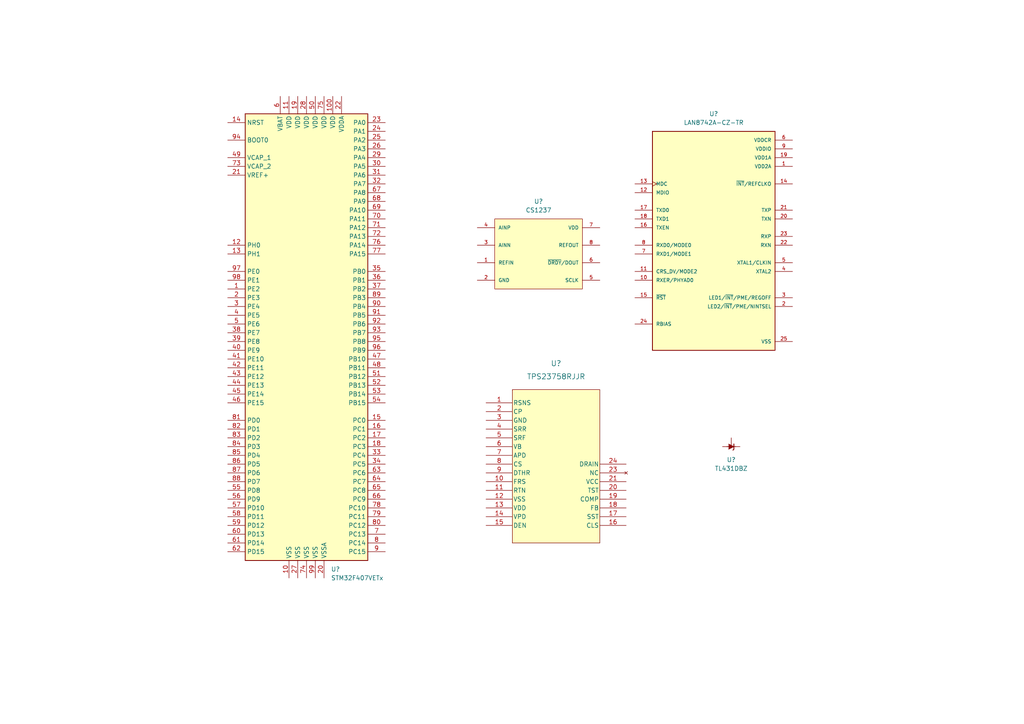
<source format=kicad_sch>
(kicad_sch (version 20211123) (generator eeschema)
  (paper "A4")
  (title_block (title "Pressure Sensor") (date "2025-02-08") (rev "1") (company "Damian Peckett"))
  (lib_symbols
    (symbol "CS1237:CS1237" (pin_names (offset 1.016))
      (property "Reference" "U?" (at -3.81 13.97 0))
      (property "Value" "CS1237" (at 0 11.43 0))
      (symbol "CS1237_0_0"
        (rectangle (start -12.7 -10.16) (end 12.7 10.16) (stroke (width 0.1524)) (fill (type background)))
        (pin input line (at -17.78 -2.54 0) (length 5.08) (name "REFIN") (number "1"))
        (pin power_in line (at -17.78 -7.62 0) (length 5.08) (name "GND") (number "2"))
        (pin input line (at -17.78 2.54 0) (length 5.08) (name "AINN") (number "3"))
        (pin input line (at -17.78 7.62 0) (length 5.08) (name "AINP") (number "4"))
        (pin input line (at 17.78 -7.62 180) (length 5.08) (name "SCLK") (number "5"))
        (pin open_collector line (at 17.78 -2.54 180) (length 5.08) (name "~{DRDY}/DOUT") (number "6"))
        (pin power_in line (at 17.78 7.62 180) (length 5.08) (name "VDD") (number "7"))
        (pin output line (at 17.78 2.54 180) (length 5.08) (name "REFOUT") (number "8"))
      )
    )
    (symbol "LAN8742A-CZ-TR:LAN8742A-CZ-TR" (pin_names (offset 1.016))
      (property "Reference" "U" (at -17.78 33.782 0))
      (property "Value" "LAN8742A-CZ-TR" (at -17.78 -33.02 0))
      (symbol "LAN8742A-CZ-TR_0_0"
        (rectangle (start -17.78 -30.48) (end 17.78 33.02) (stroke (width 0.254)) (fill (type background)))
        (pin power_in line (at 22.86 22.86 180) (length 5.08) (name "VDD2A") (number "1"))
        (pin bidirectional line (at -22.86 -10.16 0) (length 5.08) (name "RXER/PHYAD0") (number "10"))
        (pin bidirectional line (at -22.86 -7.62 0) (length 5.08) (name "CRS_DV/MODE2") (number "11"))
        (pin bidirectional line (at -22.86 15.24 0) (length 5.08) (name "MDIO") (number "12"))
        (pin input clock (at -22.86 17.78 0) (length 5.08) (name "MDC") (number "13"))
        (pin output line (at 22.86 17.78 180) (length 5.08) (name "~{INT}/REFCLKO") (number "14"))
        (pin input line (at -22.86 -15.24 0) (length 5.08) (name "~{RST}") (number "15"))
        (pin bidirectional line (at -22.86 5.08 0) (length 5.08) (name "TXEN") (number "16"))
        (pin bidirectional line (at -22.86 10.16 0) (length 5.08) (name "TXD0") (number "17"))
        (pin bidirectional line (at -22.86 7.62 0) (length 5.08) (name "TXD1") (number "18"))
        (pin power_in line (at 22.86 25.4 180) (length 5.08) (name "VDD1A") (number "19"))
        (pin passive line (at 22.86 -17.78 180) (length 5.08) (name "LED2/~{INT}/PME/NINTSEL") (number "2"))
        (pin bidirectional line (at 22.86 7.62 180) (length 5.08) (name "TXN") (number "20"))
        (pin bidirectional line (at 22.86 10.16 180) (length 5.08) (name "TXP") (number "21"))
        (pin bidirectional line (at 22.86 0 180) (length 5.08) (name "RXN") (number "22"))
        (pin bidirectional line (at 22.86 2.54 180) (length 5.08) (name "RXP") (number "23"))
        (pin input line (at -22.86 -22.86 0) (length 5.08) (name "RBIAS") (number "24"))
        (pin power_in line (at 22.86 -27.94 180) (length 5.08) (name "VSS") (number "25"))
        (pin passive line (at 22.86 -15.24 180) (length 5.08) (name "LED1/~{INT}/PME/REGOFF") (number "3"))
        (pin output line (at 22.86 -7.62 180) (length 5.08) (name "XTAL2") (number "4"))
        (pin input line (at 22.86 -5.08 180) (length 5.08) (name "XTAL1/CLKIN") (number "5"))
        (pin power_in line (at 22.86 30.48 180) (length 5.08) (name "VDDCR") (number "6"))
        (pin bidirectional line (at -22.86 -2.54 0) (length 5.08) (name "RXD1/MODE1") (number "7"))
        (pin bidirectional line (at -22.86 0 0) (length 5.08) (name "RXD0/MODE0") (number "8"))
        (pin power_in line (at 22.86 27.94 180) (length 5.08) (name "VDDIO") (number "9"))
      )
    )
    (symbol "MCU_ST_STM32F4:STM32F407VETx"
      (property "Reference" "U" (at -17.78 64.77 0))
      (property "Value" "STM32F407VETx" (at 12.7 64.77 0))
      (symbol "STM32F407VETx_0_1"
        (rectangle (start -17.78 -66.04) (end 17.78 63.5) (stroke (width 0.254)) (fill (type background)))
      )
      (symbol "STM32F407VETx_1_1"
        (pin bidirectional line (at -22.86 12.7 0) (length 5.08) (name "PE2") (number "1"))
        (pin power_in line (at -5.08 -71.12 90) (length 5.08) (name "VSS") (number "10"))
        (pin power_in line (at 7.62 68.58 270) (length 5.08) (name "VDD") (number "100"))
        (pin power_in line (at -5.08 68.58 270) (length 5.08) (name "VDD") (number "11"))
        (pin input line (at -22.86 25.4 0) (length 5.08) (name "PH0") (number "12"))
        (pin input line (at -22.86 22.86 0) (length 5.08) (name "PH1") (number "13"))
        (pin input line (at -22.86 60.96 0) (length 5.08) (name "NRST") (number "14"))
        (pin bidirectional line (at 22.86 -25.4 180) (length 5.08) (name "PC0") (number "15"))
        (pin bidirectional line (at 22.86 -27.94 180) (length 5.08) (name "PC1") (number "16"))
        (pin bidirectional line (at 22.86 -30.48 180) (length 5.08) (name "PC2") (number "17"))
        (pin bidirectional line (at 22.86 -33.02 180) (length 5.08) (name "PC3") (number "18"))
        (pin power_in line (at -2.54 68.58 270) (length 5.08) (name "VDD") (number "19"))
        (pin bidirectional line (at -22.86 10.16 0) (length 5.08) (name "PE3") (number "2"))
        (pin power_in line (at 5.08 -71.12 90) (length 5.08) (name "VSSA") (number "20"))
        (pin power_in line (at -22.86 45.72 0) (length 5.08) (name "VREF+") (number "21"))
        (pin power_in line (at 10.16 68.58 270) (length 5.08) (name "VDDA") (number "22"))
        (pin bidirectional line (at 22.86 60.96 180) (length 5.08) (name "PA0") (number "23"))
        (pin bidirectional line (at 22.86 58.42 180) (length 5.08) (name "PA1") (number "24"))
        (pin bidirectional line (at 22.86 55.88 180) (length 5.08) (name "PA2") (number "25"))
        (pin bidirectional line (at 22.86 53.34 180) (length 5.08) (name "PA3") (number "26"))
        (pin power_in line (at -2.54 -71.12 90) (length 5.08) (name "VSS") (number "27"))
        (pin power_in line (at 0 68.58 270) (length 5.08) (name "VDD") (number "28"))
        (pin bidirectional line (at 22.86 50.8 180) (length 5.08) (name "PA4") (number "29"))
        (pin bidirectional line (at -22.86 7.62 0) (length 5.08) (name "PE4") (number "3"))
        (pin bidirectional line (at 22.86 48.26 180) (length 5.08) (name "PA5") (number "30"))
        (pin bidirectional line (at 22.86 45.72 180) (length 5.08) (name "PA6") (number "31"))
        (pin bidirectional line (at 22.86 43.18 180) (length 5.08) (name "PA7") (number "32"))
        (pin bidirectional line (at 22.86 -35.56 180) (length 5.08) (name "PC4") (number "33"))
        (pin bidirectional line (at 22.86 -38.1 180) (length 5.08) (name "PC5") (number "34"))
        (pin bidirectional line (at 22.86 17.78 180) (length 5.08) (name "PB0") (number "35"))
        (pin bidirectional line (at 22.86 15.24 180) (length 5.08) (name "PB1") (number "36"))
        (pin bidirectional line (at 22.86 12.7 180) (length 5.08) (name "PB2") (number "37"))
        (pin bidirectional line (at -22.86 0 0) (length 5.08) (name "PE7") (number "38"))
        (pin bidirectional line (at -22.86 -2.54 0) (length 5.08) (name "PE8") (number "39"))
        (pin bidirectional line (at -22.86 5.08 0) (length 5.08) (name "PE5") (number "4"))
        (pin bidirectional line (at -22.86 -5.08 0) (length 5.08) (name "PE9") (number "40"))
        (pin bidirectional line (at -22.86 -7.62 0) (length 5.08) (name "PE10") (number "41"))
        (pin bidirectional line (at -22.86 -10.16 0) (length 5.08) (name "PE11") (number "42"))
        (pin bidirectional line (at -22.86 -12.7 0) (length 5.08) (name "PE12") (number "43"))
        (pin bidirectional line (at -22.86 -15.24 0) (length 5.08) (name "PE13") (number "44"))
        (pin bidirectional line (at -22.86 -17.78 0) (length 5.08) (name "PE14") (number "45"))
        (pin bidirectional line (at -22.86 -20.32 0) (length 5.08) (name "PE15") (number "46"))
        (pin bidirectional line (at 22.86 -7.62 180) (length 5.08) (name "PB10") (number "47"))
        (pin bidirectional line (at 22.86 -10.16 180) (length 5.08) (name "PB11") (number "48"))
        (pin power_in line (at -22.86 50.8 0) (length 5.08) (name "VCAP_1") (number "49"))
        (pin bidirectional line (at -22.86 2.54 0) (length 5.08) (name "PE6") (number "5"))
        (pin power_in line (at 2.54 68.58 270) (length 5.08) (name "VDD") (number "50"))
        (pin bidirectional line (at 22.86 -12.7 180) (length 5.08) (name "PB12") (number "51"))
        (pin bidirectional line (at 22.86 -15.24 180) (length 5.08) (name "PB13") (number "52"))
        (pin bidirectional line (at 22.86 -17.78 180) (length 5.08) (name "PB14") (number "53"))
        (pin bidirectional line (at 22.86 -20.32 180) (length 5.08) (name "PB15") (number "54"))
        (pin bidirectional line (at -22.86 -45.72 0) (length 5.08) (name "PD8") (number "55"))
        (pin bidirectional line (at -22.86 -48.26 0) (length 5.08) (name "PD9") (number "56"))
        (pin bidirectional line (at -22.86 -50.8 0) (length 5.08) (name "PD10") (number "57"))
        (pin bidirectional line (at -22.86 -53.34 0) (length 5.08) (name "PD11") (number "58"))
        (pin bidirectional line (at -22.86 -55.88 0) (length 5.08) (name "PD12") (number "59"))
        (pin power_in line (at -7.62 68.58 270) (length 5.08) (name "VBAT") (number "6"))
        (pin bidirectional line (at -22.86 -58.42 0) (length 5.08) (name "PD13") (number "60"))
        (pin bidirectional line (at -22.86 -60.96 0) (length 5.08) (name "PD14") (number "61"))
        (pin bidirectional line (at -22.86 -63.5 0) (length 5.08) (name "PD15") (number "62"))
        (pin bidirectional line (at 22.86 -40.64 180) (length 5.08) (name "PC6") (number "63"))
        (pin bidirectional line (at 22.86 -43.18 180) (length 5.08) (name "PC7") (number "64"))
        (pin bidirectional line (at 22.86 -45.72 180) (length 5.08) (name "PC8") (number "65"))
        (pin bidirectional line (at 22.86 -48.26 180) (length 5.08) (name "PC9") (number "66"))
        (pin bidirectional line (at 22.86 40.64 180) (length 5.08) (name "PA8") (number "67"))
        (pin bidirectional line (at 22.86 38.1 180) (length 5.08) (name "PA9") (number "68"))
        (pin bidirectional line (at 22.86 35.56 180) (length 5.08) (name "PA10") (number "69"))
        (pin bidirectional line (at 22.86 -58.42 180) (length 5.08) (name "PC13") (number "7"))
        (pin bidirectional line (at 22.86 33.02 180) (length 5.08) (name "PA11") (number "70"))
        (pin bidirectional line (at 22.86 30.48 180) (length 5.08) (name "PA12") (number "71"))
        (pin bidirectional line (at 22.86 27.94 180) (length 5.08) (name "PA13") (number "72"))
        (pin power_in line (at -22.86 48.26 0) (length 5.08) (name "VCAP_2") (number "73"))
        (pin power_in line (at 0 -71.12 90) (length 5.08) (name "VSS") (number "74"))
        (pin power_in line (at 5.08 68.58 270) (length 5.08) (name "VDD") (number "75"))
        (pin bidirectional line (at 22.86 25.4 180) (length 5.08) (name "PA14") (number "76"))
        (pin bidirectional line (at 22.86 22.86 180) (length 5.08) (name "PA15") (number "77"))
        (pin bidirectional line (at 22.86 -50.8 180) (length 5.08) (name "PC10") (number "78"))
        (pin bidirectional line (at 22.86 -53.34 180) (length 5.08) (name "PC11") (number "79"))
        (pin bidirectional line (at 22.86 -60.96 180) (length 5.08) (name "PC14") (number "8"))
        (pin bidirectional line (at 22.86 -55.88 180) (length 5.08) (name "PC12") (number "80"))
        (pin bidirectional line (at -22.86 -25.4 0) (length 5.08) (name "PD0") (number "81"))
        (pin bidirectional line (at -22.86 -27.94 0) (length 5.08) (name "PD1") (number "82"))
        (pin bidirectional line (at -22.86 -30.48 0) (length 5.08) (name "PD2") (number "83"))
        (pin bidirectional line (at -22.86 -33.02 0) (length 5.08) (name "PD3") (number "84"))
        (pin bidirectional line (at -22.86 -35.56 0) (length 5.08) (name "PD4") (number "85"))
        (pin bidirectional line (at -22.86 -38.1 0) (length 5.08) (name "PD5") (number "86"))
        (pin bidirectional line (at -22.86 -40.64 0) (length 5.08) (name "PD6") (number "87"))
        (pin bidirectional line (at -22.86 -43.18 0) (length 5.08) (name "PD7") (number "88"))
        (pin bidirectional line (at 22.86 10.16 180) (length 5.08) (name "PB3") (number "89"))
        (pin bidirectional line (at 22.86 -63.5 180) (length 5.08) (name "PC15") (number "9"))
        (pin bidirectional line (at 22.86 7.62 180) (length 5.08) (name "PB4") (number "90"))
        (pin bidirectional line (at 22.86 5.08 180) (length 5.08) (name "PB5") (number "91"))
        (pin bidirectional line (at 22.86 2.54 180) (length 5.08) (name "PB6") (number "92"))
        (pin bidirectional line (at 22.86 0 180) (length 5.08) (name "PB7") (number "93"))
        (pin input line (at -22.86 55.88 0) (length 5.08) (name "BOOT0") (number "94"))
        (pin bidirectional line (at 22.86 -2.54 180) (length 5.08) (name "PB8") (number "95"))
        (pin bidirectional line (at 22.86 -5.08 180) (length 5.08) (name "PB9") (number "96"))
        (pin bidirectional line (at -22.86 17.78 0) (length 5.08) (name "PE0") (number "97"))
        (pin bidirectional line (at -22.86 15.24 0) (length 5.08) (name "PE1") (number "98"))
        (pin power_in line (at 2.54 -71.12 90) (length 5.08) (name "VSS") (number "99"))
      )
    )
    (symbol "Reference_Voltage:TL431DBZ" (pin_numbers hide) (pin_names hide)
      (property "Reference" "U" (at -2.54 2.54 0))
      (property "Value" "TL431DBZ" (at 0 -2.54 0))
      (symbol "TL431DBZ_0_1"
        (polyline (pts (xy -1.27 0) (xy 0 0) (xy 1.27 0)))
        (polyline (pts (xy -0.762 0.762) (xy 0.762 0) (xy -0.762 -0.762)) (fill (type outline)))
        (polyline (pts (xy 0.508 -1.016) (xy 0.762 -0.762) (xy 0.762 0.762) (xy 0.762 0.762)) (stroke (width 0.254)))
      )
      (symbol "TL431DBZ_1_1"
        (pin passive line (at 2.54 0 180) (length 2.54) (name "K") (number "1"))
        (pin passive line (at 0 2.54 270) (length 2.54) (name "REF") (number "2"))
        (pin passive line (at -2.54 0 0) (length 2.54) (name "A") (number "3"))
      )
    )
    (symbol "TPS23758RJJR:TPS23758RJJR" (pin_names (offset 0.254))
      (property "Reference" "U" (at 20.32 10.16 0))
      (property "Value" "TPS23758RJJR" (at 20.32 7.62 0))
      (symbol "TPS23758RJJR_0_1"
        (rectangle (start 7.62 3.81) (end 33.02 -40.64) (fill (type background)))
        (pin output line (at 0 0 0) (length 7.62) (name "RSNS") (number "1"))
        (pin bidirectional line (at 0 -22.86 0) (length 7.62) (name "FRS") (number "10"))
        (pin output line (at 0 -25.4 0) (length 7.62) (name "RTN") (number "11"))
        (pin power_in line (at 0 -27.94 0) (length 7.62) (name "VSS") (number "12"))
        (pin power_in line (at 0 -30.48 0) (length 7.62) (name "VDD") (number "13"))
        (pin power_in line (at 0 -33.02 0) (length 7.62) (name "VPD") (number "14"))
        (pin bidirectional line (at 0 -35.56 0) (length 7.62) (name "DEN") (number "15"))
        (pin output line (at 40.64 -35.56 180) (length 7.62) (name "CLS") (number "16"))
        (pin input line (at 40.64 -33.02 180) (length 7.62) (name "SST") (number "17"))
        (pin input line (at 40.64 -30.48 180) (length 7.62) (name "FB") (number "18"))
        (pin output line (at 40.64 -27.94 180) (length 7.62) (name "COMP") (number "19"))
        (pin output line (at 0 -2.54 0) (length 7.62) (name "CP") (number "2"))
        (pin unspecified line (at 40.64 -25.4 180) (length 7.62) (name "TST") (number "20"))
        (pin power_in line (at 40.64 -22.86 180) (length 7.62) (name "VCC") (number "21"))
        (pin no_connect line (at 40.64 -20.32 180) (length 7.62) (name "NC") (number "23"))
        (pin output line (at 40.64 -17.78 180) (length 7.62) (name "DRAIN") (number "24"))
        (pin power_in line (at 0 -5.08 0) (length 7.62) (name "GND") (number "3"))
        (pin input line (at 0 -7.62 0) (length 7.62) (name "SRR") (number "4"))
        (pin input line (at 0 -10.16 0) (length 7.62) (name "SRF") (number "5"))
        (pin output line (at 0 -12.7 0) (length 7.62) (name "VB") (number "6"))
        (pin input line (at 0 -15.24 0) (length 7.62) (name "APD") (number "7"))
        (pin input line (at 0 -17.78 0) (length 7.62) (name "CS") (number "8"))
        (pin output line (at 0 -20.32 0) (length 7.62) (name "DTHR") (number "9"))
      )
    )
  )
  (symbol (lib_id "CS1237:CS1237") (at 156.21 73.66 0) (unit 1)
    (property "Reference" "U?" (at 156.21 58.42 0))
    (property "Value" "CS1237" (at 156.21 60.96 0))
  )
  (symbol (lib_id "MCU_ST_STM32F4:STM32F407VETx") (at 88.9 96.52 0) (unit 1)
    (property "Reference" "U?" (at 95.9994 165.1 0) (effects (justify left)))
    (property "Value" "STM32F407VETx" (at 95.9994 167.64 0) (effects (justify left)))
    (property "Footprint" "Package_QFP:LQFP-100_14x14mm_P0.5mm" (effects hide))
    (property "Datasheet" "http://www.st.com/st-web-ui/static/active/en/resource/technical/document/datasheet/DM00037051.pdf" (effects hide))
  )
  (symbol (lib_id "LAN8742A-CZ-TR:LAN8742A-CZ-TR") (at 207.01 71.12 0) (unit 1)
    (property "Reference" "U?" (at 207.01 33.02 0))
    (property "Value" "LAN8742A-CZ-TR" (at 207.01 35.56 0))
    (property "Footprint" "LAN8742A-CZ-TR:QFN50P400X400X100-25N" (effects hide))
    (property "B_NOM" "0.24" (effects hide))
    (property "D_MAX" "4.0" (effects hide))
    (property "PIN_COUNT_D" "6.0" (effects hide))
    (property "Check_prices" "https://www.snapeda.com/parts/LAN8742A-CZ-TR/Microchip/view-part/?ref=eda" (effects hide))
    (property "B_MAX" "0.3" (effects hide))
    (property "Description" "\n                        \n                            1/1 Transceiver - Ethernet 24-SQFN (4x4)\n                        \n" (effects hide))
    (property "Price" "None" (effects hide))
    (property "ENOM" "0.5" (effects hide))
    (property "D_NOM" "4.0" (effects hide))
    (property "L_MAX" "0.45" (effects hide))
    (property "A_MAX" "1.0" (effects hide))
    (property "Package" "None" (effects hide))
    (property "E2_NOM" "2.5" (effects hide))
    (property "D2_NOM" "2.5" (effects hide))
    (property "PARTREV" "A" (effects hide))
    (property "SnapEDA_Link" "https://www.snapeda.com/parts/LAN8742A-CZ-TR/Microchip/view-part/?ref=snap" (effects hide))
    (property "E_NOM" "4.0" (effects hide))
    (property "B_MIN" "0.18" (effects hide))
    (property "STANDARD" "IPC 7351B" (effects hide))
    (property "L_NOM" "0.4" (effects hide))
    (property "MANUFACTURER" "Microchip" (effects hide))
    (property "MF" "Microchip" (effects hide))
    (property "PIN_COUNT_E" "6.0" (effects hide))
    (property "E_MIN" "4.0" (effects hide))
    (property "D_MIN" "4.0" (effects hide))
    (property "MP" "LAN8742A-CZ-TR" (effects hide))
    (property "L_MIN" "0.35" (effects hide))
    (property "Availability" "In Stock" (effects hide))
    (property "E_MAX" "4.0" (effects hide))
  )
  (symbol (lib_id "TPS23758RJJR:TPS23758RJJR") (at 140.97 116.84 0) (unit 1)
    (property "Reference" "U?" (at 161.29 105.41 0) (effects (font (size 1.524 1.524))))
    (property "Value" "TPS23758RJJR" (at 161.29 109.22 0) (effects (font (size 1.524 1.524))))
    (property "Footprint" "RJJ23_TEX" (effects hide))
    (property "Datasheet" "TPS23758RJJR" (effects hide))
  )
  (symbol (lib_id "Reference_Voltage:TL431DBZ") (at 212.09 129.54 0) (unit 1)
    (property "Reference" "U?" (at 212.09 133.35 0))
    (property "Value" "TL431DBZ" (at 212.09 135.89 0))
    (property "Footprint" "Package_TO_SOT_SMD:SOT-23" (effects hide))
    (property "Datasheet" "http://www.ti.com/lit/ds/symlink/tl431.pdf" (effects hide))
  )
)
</source>
